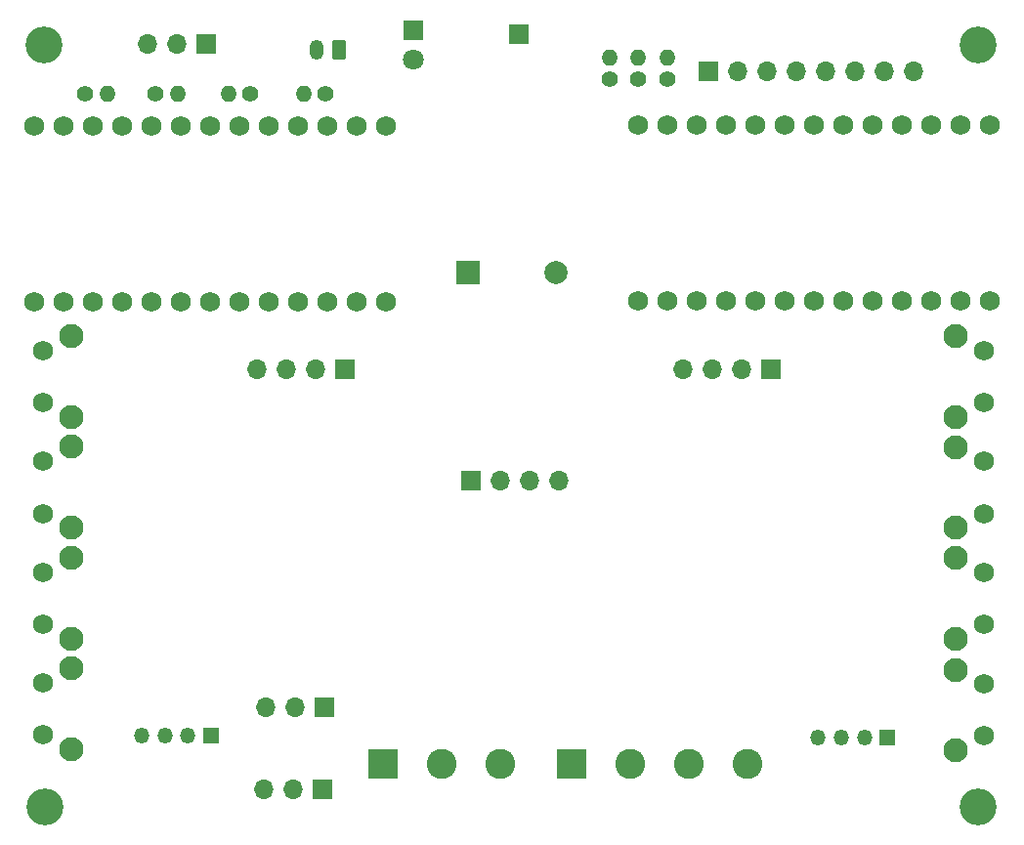
<source format=gbr>
%TF.GenerationSoftware,KiCad,Pcbnew,8.0.6-8.0.6-0~ubuntu24.04.1*%
%TF.CreationDate,2025-07-02T20:36:49-04:00*%
%TF.ProjectId,meshbot_kicad_v1,6d657368-626f-4745-9f6b-696361645f76,rev?*%
%TF.SameCoordinates,Original*%
%TF.FileFunction,Soldermask,Bot*%
%TF.FilePolarity,Negative*%
%FSLAX46Y46*%
G04 Gerber Fmt 4.6, Leading zero omitted, Abs format (unit mm)*
G04 Created by KiCad (PCBNEW 8.0.6-8.0.6-0~ubuntu24.04.1) date 2025-07-02 20:36:49*
%MOMM*%
%LPD*%
G01*
G04 APERTURE LIST*
G04 Aperture macros list*
%AMRoundRect*
0 Rectangle with rounded corners*
0 $1 Rounding radius*
0 $2 $3 $4 $5 $6 $7 $8 $9 X,Y pos of 4 corners*
0 Add a 4 corners polygon primitive as box body*
4,1,4,$2,$3,$4,$5,$6,$7,$8,$9,$2,$3,0*
0 Add four circle primitives for the rounded corners*
1,1,$1+$1,$2,$3*
1,1,$1+$1,$4,$5*
1,1,$1+$1,$6,$7*
1,1,$1+$1,$8,$9*
0 Add four rect primitives between the rounded corners*
20,1,$1+$1,$2,$3,$4,$5,0*
20,1,$1+$1,$4,$5,$6,$7,0*
20,1,$1+$1,$6,$7,$8,$9,0*
20,1,$1+$1,$8,$9,$2,$3,0*%
G04 Aperture macros list end*
%ADD10R,1.800000X1.800000*%
%ADD11C,1.800000*%
%ADD12R,1.700000X1.700000*%
%ADD13O,1.700000X1.700000*%
%ADD14C,1.750000*%
%ADD15C,2.100000*%
%ADD16C,1.400000*%
%ADD17O,1.400000X1.400000*%
%ADD18RoundRect,0.250000X0.350000X0.625000X-0.350000X0.625000X-0.350000X-0.625000X0.350000X-0.625000X0*%
%ADD19O,1.200000X1.750000*%
%ADD20C,1.752600*%
%ADD21O,1.350000X1.350000*%
%ADD22R,1.350000X1.350000*%
%ADD23C,3.200000*%
%ADD24R,2.600000X2.600000*%
%ADD25C,2.600000*%
%ADD26R,2.000000X2.000000*%
%ADD27C,2.000000*%
G04 APERTURE END LIST*
D10*
%TO.C,D2*%
X136400000Y-41260000D03*
D11*
X136400000Y-43800000D03*
%TD*%
D12*
%TO.C,J2*%
X141380000Y-80300000D03*
D13*
X143920000Y-80300000D03*
X146460000Y-80300000D03*
X149000000Y-80300000D03*
%TD*%
D14*
%TO.C,SW8*%
X104300000Y-97800000D03*
X104300000Y-102300000D03*
D15*
X106790000Y-96540000D03*
X106790000Y-103550000D03*
%TD*%
D16*
%TO.C,R7*%
X153400000Y-45500000D03*
D17*
X153400000Y-43600000D03*
%TD*%
D18*
%TO.C,J1*%
X130000000Y-42900000D03*
D19*
X128000000Y-42900000D03*
%TD*%
D20*
%TO.C,U2*%
X106140000Y-64780000D03*
X108680000Y-64780000D03*
X111220000Y-64780000D03*
X113760000Y-64780000D03*
X116300000Y-64780000D03*
X118840000Y-64780000D03*
X121380000Y-64780000D03*
X123920000Y-64780000D03*
X126460000Y-64780000D03*
X129000000Y-64780000D03*
X131540000Y-64780000D03*
X134080000Y-64780000D03*
X134080000Y-49540000D03*
X131540000Y-49540000D03*
X129000000Y-49540000D03*
X126460000Y-49540000D03*
X123920000Y-49540000D03*
X121380000Y-49540000D03*
X118840000Y-49540000D03*
X116300000Y-49540000D03*
X113760000Y-49540000D03*
X111220000Y-49540000D03*
X108680000Y-49540000D03*
X106140000Y-49540000D03*
X103600000Y-49540000D03*
X103600000Y-64780000D03*
%TD*%
D21*
%TO.C,U5*%
X171500000Y-102500000D03*
X173500000Y-102500000D03*
X175500000Y-102500000D03*
D22*
X177500000Y-102500000D03*
%TD*%
D23*
%TO.C,H4*%
X104500000Y-108500000D03*
%TD*%
D20*
%TO.C,U3*%
X186380000Y-49460000D03*
X186380000Y-64700000D03*
X183840000Y-64700000D03*
X181300000Y-64700000D03*
X178760000Y-64700000D03*
X176220000Y-64700000D03*
X173680000Y-64700000D03*
X171140000Y-64700000D03*
X168600000Y-64700000D03*
X166060000Y-64700000D03*
X163520000Y-64700000D03*
X160980000Y-64700000D03*
X158440000Y-64700000D03*
X155900000Y-64700000D03*
X155900000Y-49460000D03*
X158440000Y-49460000D03*
X160980000Y-49460000D03*
X163520000Y-49460000D03*
X166060000Y-49460000D03*
X168600000Y-49460000D03*
X171140000Y-49460000D03*
X173680000Y-49460000D03*
X176220000Y-49460000D03*
X178760000Y-49460000D03*
X181300000Y-49460000D03*
X183840000Y-49460000D03*
%TD*%
D24*
%TO.C,J6*%
X150100000Y-104800000D03*
D25*
X155180000Y-104800000D03*
X160260000Y-104800000D03*
X165340000Y-104800000D03*
%TD*%
D14*
%TO.C,SW1*%
X104300000Y-69000000D03*
X104300000Y-73500000D03*
D15*
X106790000Y-67740000D03*
X106790000Y-74750000D03*
%TD*%
D17*
%TO.C,R1*%
X115995000Y-46700000D03*
D16*
X114095000Y-46700000D03*
%TD*%
D12*
%TO.C,J11*%
X128680000Y-99900000D03*
D13*
X126140000Y-99900000D03*
X123600000Y-99900000D03*
%TD*%
D26*
%TO.C,J9*%
X141200000Y-62200000D03*
D27*
X148800000Y-62200000D03*
%TD*%
D14*
%TO.C,SW7*%
X104300000Y-88200000D03*
X104300000Y-92700000D03*
D15*
X106790000Y-86940000D03*
X106790000Y-93950000D03*
%TD*%
D23*
%TO.C,H1*%
X104400000Y-42500000D03*
%TD*%
D17*
%TO.C,R6*%
X155900000Y-43600000D03*
D16*
X155900000Y-45500000D03*
%TD*%
D14*
%TO.C,SW6*%
X185900000Y-102400000D03*
X185900000Y-97900000D03*
D15*
X183410000Y-103660000D03*
X183410000Y-96650000D03*
%TD*%
D14*
%TO.C,SW5*%
X185900000Y-92700000D03*
X185900000Y-88200000D03*
D15*
X183410000Y-93960000D03*
X183410000Y-86950000D03*
%TD*%
D17*
%TO.C,R5*%
X158400000Y-43600000D03*
D16*
X158400000Y-45500000D03*
%TD*%
D14*
%TO.C,SW3*%
X185900000Y-73500000D03*
X185900000Y-69000000D03*
D15*
X183410000Y-74760000D03*
X183410000Y-67750000D03*
%TD*%
D13*
%TO.C,J3*%
X122900000Y-70600000D03*
X125440000Y-70600000D03*
X127980000Y-70600000D03*
D12*
X130520000Y-70600000D03*
%TD*%
D17*
%TO.C,R3*%
X126900000Y-46700000D03*
D16*
X128800000Y-46700000D03*
%TD*%
D17*
%TO.C,R2*%
X109895000Y-46700000D03*
D16*
X107995000Y-46700000D03*
%TD*%
D21*
%TO.C,U4*%
X112900000Y-102400000D03*
X114900000Y-102400000D03*
X116900000Y-102400000D03*
D22*
X118900000Y-102400000D03*
%TD*%
D14*
%TO.C,SW4*%
X185900000Y-83100000D03*
X185900000Y-78600000D03*
D15*
X183410000Y-84360000D03*
X183410000Y-77350000D03*
%TD*%
D13*
%TO.C,J13*%
X179805000Y-44775000D03*
X177265000Y-44775000D03*
X174725000Y-44775000D03*
X172185000Y-44775000D03*
X169645000Y-44775000D03*
X167105000Y-44775000D03*
X164565000Y-44775000D03*
D12*
X162025000Y-44775000D03*
%TD*%
D13*
%TO.C,J12*%
X123500000Y-107000000D03*
X126040000Y-107000000D03*
D12*
X128580000Y-107000000D03*
%TD*%
D23*
%TO.C,H3*%
X185400000Y-108500000D03*
%TD*%
D25*
%TO.C,J7*%
X143960000Y-104800000D03*
X138880000Y-104800000D03*
D24*
X133800000Y-104800000D03*
%TD*%
D12*
%TO.C,J4*%
X145600000Y-41600000D03*
%TD*%
D17*
%TO.C,R4*%
X120400000Y-46700000D03*
D16*
X122300000Y-46700000D03*
%TD*%
D23*
%TO.C,H2*%
X185400000Y-42500000D03*
%TD*%
D14*
%TO.C,SW2*%
X104300000Y-78600000D03*
X104300000Y-83100000D03*
D15*
X106790000Y-77340000D03*
X106790000Y-84350000D03*
%TD*%
D12*
%TO.C,J5*%
X167420000Y-70600000D03*
D13*
X164880000Y-70600000D03*
X162340000Y-70600000D03*
X159800000Y-70600000D03*
%TD*%
D12*
%TO.C,J8*%
X118500000Y-42400000D03*
D13*
X115960000Y-42400000D03*
X113420000Y-42400000D03*
%TD*%
M02*

</source>
